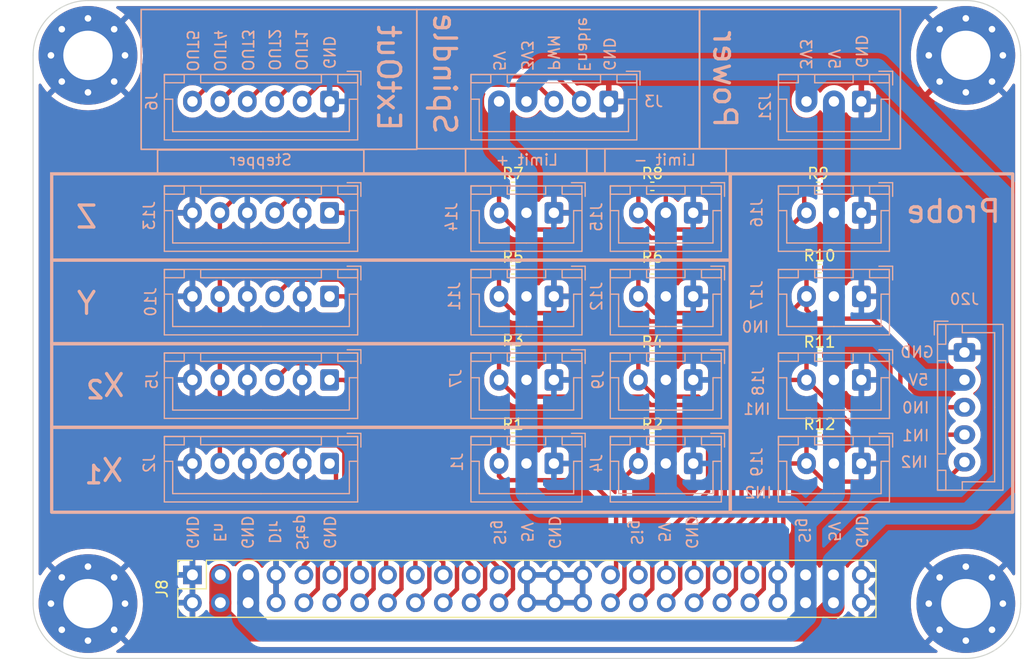
<source format=kicad_pcb>
(kicad_pcb (version 20211014) (generator pcbnew)
  (layers (0 "F.Cu" signal) (31 "B.Cu" signal) (34 "B.Paste" user) (35 "F.Paste" user) (36 "B.SilkS" user "B.Silkscreen") (37 "F.SilkS" user "F.Silkscreen") (38 "B.Mask" user) (39 "F.Mask" user) (44 "Edge.Cuts" user))
  (net 0 "")
  (net 1 "GND")
  (net 2 "+3V3")
  (net 3 "+5V")
  (net 4 "STEPPER_X1_STEP")
  (net 5 "STEPPER_X1_DIR")
  (net 6 "STEPPER_X2_STEP")
  (net 7 "STEPPER_X2_DIR")
  (net 8 "STEPPER_Y_STEP")
  (net 9 "STEPPER_Y_DIR")
  (net 10 "STEPPER_Z_STEP")
  (net 11 "STEPPER_Z_DIR")
  (net 12 "STEPPER_ENABLE")
  (net 13 "OUT_{0}")
  (net 14 "OUT_{1}")
  (net 15 "OUT_{2}")
  (net 16 "OUT_{3}")
  (net 17 "OUT_{4}")
  (net 18 "SPINDLE_ENABLE")
  (net 19 "SPINDLE_PWM")
  (net 20 "LIMIT_X1_POS")
  (net 21 "LIMIT_X1_NEG")
  (net 22 "LIMIT_X2_POS")
  (net 23 "LIMIT_X2_NEG")
  (net 24 "LIMIT_Y_POS")
  (net 25 "LIMIT_Y_NEG")
  (net 26 "LIMIT_Z_POS")
  (net 27 "LIMIT_Z_NEG")
  (net 28 "PROBE")
  (net 29 "IN_{0}")
  (net 30 "IN_{1}")
  (net 31 "IN_{2}")
  (footprint "Resistor_SMD:R_0402_1005Metric" (layer "F.Cu") (at 111.43 52.314)
    (fp_text reference "R4")
    (fp_text value "10k")
  )
  (footprint "Resistor_SMD:R_0402_1005Metric" (layer "F.Cu") (at 111.43 36.947)
    (fp_text reference "R8")
    (fp_text value "10k")
  )
  (footprint "Resistor_SMD:R_0402_1005Metric" (layer "F.Cu") (at 111.43 59.807)
    (fp_text reference "R2")
    (fp_text value "10k")
  )
  (footprint "Resistor_SMD:R_0402_1005Metric" (layer "F.Cu") (at 126.67 52.314)
    (fp_text reference "R11")
    (fp_text value "10k")
  )
  (footprint "MountingHole:MountingHole_4.5mm_Pad_Via" (layer "F.Cu") (at 60 25)
    (fp_text reference "H4" hide)
    (fp_text value "MountingHole_Pad" hide)
  )
  (footprint "Resistor_SMD:R_0402_1005Metric" (layer "F.Cu") (at 98.73 44.567)
    (fp_text reference "R5")
    (fp_text value "10k")
  )
  (footprint "Resistor_SMD:R_0402_1005Metric" (layer "F.Cu") (at 98.73 36.947)
    (fp_text reference "R7")
    (fp_text value "10k")
  )
  (footprint "Resistor_SMD:R_0402_1005Metric" (layer "F.Cu") (at 98.73 59.807)
    (fp_text reference "R1")
    (fp_text value "10k")
  )
  (footprint "Resistor_SMD:R_0402_1005Metric" (layer "F.Cu") (at 126.543 36.947)
    (fp_text reference "R9")
    (fp_text value "10k")
  )
  (footprint "Connector_PinSocket_2.54mm:PinSocket_2x25_P2.54mm_Vertical" (layer "F.Cu") (at 69.52 72.38 90)
    (fp_text reference "J8")
    (fp_text value "Conn_02x25_Odd_Even" hide)
  )
  (footprint "MountingHole:MountingHole_4.5mm_Pad_Via" (layer "F.Cu") (at 60 75)
    (fp_text reference "H3" hide)
    (fp_text value "MountingHole_Pad" hide)
  )
  (footprint "Resistor_SMD:R_0402_1005Metric" (layer "F.Cu") (at 126.67 59.807)
    (fp_text reference "R12")
    (fp_text value "10k")
  )
  (footprint "Resistor_SMD:R_0402_1005Metric" (layer "F.Cu") (at 111.43 44.567)
    (fp_text reference "R6")
    (fp_text value "10k")
  )
  (footprint "MountingHole:MountingHole_4.5mm_Pad_Via" (layer "F.Cu") (at 140 75)
    (fp_text reference "H1" hide)
    (fp_text value "MountingHole_Pad" hide)
  )
  (footprint "MountingHole:MountingHole_4.5mm_Pad_Via" (layer "F.Cu") (at 140 25)
    (fp_text reference "H2" hide)
    (fp_text value "MountingHole_Pad" hide)
  )
  (footprint "Resistor_SMD:R_0402_1005Metric" (layer "F.Cu") (at 98.73 52.187)
    (fp_text reference "R3")
    (fp_text value "10k")
  )
  (footprint "Resistor_SMD:R_0402_1005Metric" (layer "F.Cu") (at 126.67 44.44)
    (fp_text reference "R10")
    (fp_text value "10k")
  )
  (footprint "Connector_JST:JST_XH_B6B-XH-A_1x06_P2.50mm_Vertical" (layer "B.Cu") (at 82.02 46.98 180)
    (fp_text reference "J10")
    (fp_text value "Conn_01x06")
  )
  (footprint "Connector_JST:JST_XH_B6B-XH-A_1x06_P2.50mm_Vertical" (layer "B.Cu") (at 82.02 54.6 180)
    (fp_text reference "J5")
    (fp_text value "Conn_01x06")
  )
  (footprint "Connector_JST:JST_XH_B3B-XH-A_1x03_P2.50mm_Vertical" (layer "B.Cu") (at 130.48 39.36 180)
    (fp_text reference "J16")
    (fp_text value "Conn_01x03")
  )
  (footprint "Connector_JST:JST_XH_B6B-XH-A_1x06_P2.50mm_Vertical" (layer "B.Cu") (at 82.02 62.22 180)
    (fp_text reference "J2")
    (fp_text value "Conn_01x06")
  )
  (footprint "Connector_JST:JST_XH_B3B-XH-A_1x03_P2.50mm_Vertical" (layer "B.Cu") (at 130.48 54.6 180)
    (fp_text reference "J18")
    (fp_text value "Conn_01x03")
  )
  (footprint "Connector_JST:JST_XH_B5B-XH-A_1x05_P2.50mm_Vertical" (layer "B.Cu") (at 107.46 29.2 180)
    (fp_text reference "J3")
    (fp_text value "Conn_01x05")
  )
  (footprint "Connector_JST:JST_XH_B3B-XH-A_1x03_P2.50mm_Vertical" (layer "B.Cu") (at 130.48 62.22 180)
    (fp_text reference "J19")
    (fp_text value "Conn_01x03")
  )
  (footprint "Connector_JST:JST_XH_B3B-XH-A_1x03_P2.50mm_Vertical" (layer "B.Cu") (at 102.46 54.6 180)
    (fp_text reference "J7")
    (fp_text value "Conn_01x03")
  )
  (footprint "Connector_JST:JST_XH_B3B-XH-A_1x03_P2.50mm_Vertical" (layer "B.Cu") (at 102.46 39.36 180)
    (fp_text reference "J14")
    (fp_text value "Conn_01x03")
  )
  (footprint "Connector_JST:JST_XH_B6B-XH-A_1x06_P2.50mm_Vertical" (layer "B.Cu") (at 82.02 39.36 180)
    (fp_text reference "J13")
    (fp_text value "Conn_01x06")
  )
  (footprint "Connector_JST:JST_XH_B3B-XH-A_1x03_P2.50mm_Vertical" (layer "B.Cu") (at 115.16 54.6 180)
    (fp_text reference "J9")
    (fp_text value "Conn_01x03")
  )
  (footprint "Connector_JST:JST_XH_B5B-XH-A_1x05_P2.50mm_Vertical" (layer "B.Cu") (at 139.878 52.093 -90)
    (fp_text reference "J20")
    (fp_text value "Conn_01x05")
  )
  (footprint "Connector_JST:JST_XH_B3B-XH-A_1x03_P2.50mm_Vertical" (layer "B.Cu") (at 102.46 62.22 180)
    (fp_text reference "J1")
    (fp_text value "Conn_01x03")
  )
  (footprint "Connector_JST:JST_XH_B3B-XH-A_1x03_P2.50mm_Vertical" (layer "B.Cu") (at 115.16 46.98 180)
    (fp_text reference "J12")
    (fp_text value "Conn_01x03")
  )
  (footprint "Connector_JST:JST_XH_B3B-XH-A_1x03_P2.50mm_Vertical" (layer "B.Cu") (at 102.46 46.98 180)
    (fp_text reference "J11")
    (fp_text value "Conn_01x03")
  )
  (footprint "Connector_JST:JST_XH_B3B-XH-A_1x03_P2.50mm_Vertical" (layer "B.Cu") (at 115.16 62.22 180)
    (fp_text reference "J4")
    (fp_text value "Conn_01x03")
  )
  (footprint "Connector_JST:JST_XH_B3B-XH-A_1x03_P2.50mm_Vertical" (layer "B.Cu") (at 130.48 29.2 180)
    (fp_text reference "J21")
    (fp_text value "Conn_01x03")
  )
  (footprint "Connector_JST:JST_XH_B3B-XH-A_1x03_P2.50mm_Vertical" (layer "B.Cu") (at 115.16 39.36 180)
    (fp_text reference "J15")
    (fp_text value "Conn_01x03")
  )
  (footprint "Connector_JST:JST_XH_B6B-XH-A_1x06_P2.50mm_Vertical" (layer "B.Cu") (at 82.02 29.2 180)
    (fp_text reference "J6")
    (fp_text value "Conn_01x06")
  )
  (footprint "Connector_JST:JST_XH_B3B-XH-A_1x03_P2.50mm_Vertical" (layer "B.Cu") (at 130.48 46.98 180)
    (fp_text reference "J17")
    (fp_text value "Conn_01x03")
  )
  (gr_rect (start 56.693 35.804) (end 118.542 43.678) (layer "B.SilkS") (width 0.3) (fill none))
  (gr_rect (start 56.693 43.678) (end 118.542 51.298) (layer "B.SilkS") (width 0.3) (fill none))
  (gr_rect (start 118.542 35.804) (end 144.27 66.665) (layer "B.SilkS") (width 0.3) (fill none))
  (gr_rect (start 107.112 35.804) (end 118.161 33.518) (layer "B.SilkS") (width 0.15) (fill none))
  (gr_rect (start 66.345 35.804) (end 85.141 33.6196) (layer "B.SilkS") (width 0.15) (fill none))
  (gr_rect (start 56.693 58.918) (end 118.542 66.665) (layer "B.SilkS") (width 0.3) (fill none))
  (gr_rect (start 94.412 35.804) (end 105.461 33.518) (layer "B.SilkS") (width 0.15) (fill none))
  (gr_rect (start 115.748 33.518) (end 134.036 20.818) (layer "B.SilkS") (width 0.15) (fill none))
  (gr_rect (start 89.967 33.518) (end 115.7226 20.818) (layer "B.SilkS") (width 0.15) (fill none))
  (gr_rect (start 56.693 51.298) (end 118.542 58.918) (layer "B.SilkS") (width 0.3) (fill none))
  (gr_rect (start 64.8464 33.5688) (end 89.967 20.818) (layer "B.SilkS") (width 0.15) (fill none))
  (gr_line (start 145 25) (end 145 75) (layer "Edge.Cuts") (width 0.1))
  (gr_arc (start 60 80) (mid 56.464466 78.535534) (end 55 75) (layer "Edge.Cuts") (width 0.1))
  (gr_arc (start 145 75) (mid 143.535534 78.535534) (end 140 80) (layer "Edge.Cuts") (width 0.1))
  (gr_line (start 140 80) (end 60 80) (layer "Edge.Cuts") (width 0.1))
  (gr_arc (start 55 25) (mid 56.464466 21.464466) (end 60 20) (layer "Edge.Cuts") (width 0.1))
  (gr_line (start 60 20) (end 140 20) (layer "Edge.Cuts") (width 0.1))
  (gr_line (start 55 75) (end 55 25) (layer "Edge.Cuts") (width 0.1))
  (gr_arc (start 140 20) (mid 143.535534 21.464466) (end 145 25) (layer "Edge.Cuts") (width 0.1))
  (gr_text "X_{2}	" (at 57.836 55.108) (layer "B.SilkS") (effects (font (size 2 2) (thickness 0.3)) (justify mirror)))
  (gr_text "OUT2" (at 76.9876 24.4756 270) (layer "B.SilkS") (effects (font (size 1 1)) (justify mirror)))
  (gr_text "3V3" (at 125.4 24.882 270) (layer "B.SilkS") (effects (font (size 1 1)) (justify mirror)))
  (gr_text "5V" (at 112.5 68.5 270) (layer "B.SilkS") (effects (font (size 1 1)) (justify mirror)))
  (gr_text "Z" (at 59.868 39.741) (layer "B.SilkS") (effects (font (size 2 2) (thickness 0.3)) (justify mirror)))
  (gr_text "GND" (at 74.5 68.5 270) (layer "B.SilkS") (effects (font (size 1 1)) (justify mirror)))
  (gr_text "3V3" (at 100 25.009 270) (layer "B.SilkS") (effects (font (size 1 1)) (justify mirror)))
  (gr_text "5V" (at 100 68.5 270) (layer "B.SilkS") (effects (font (size 1 1)) (justify mirror)))
  (gr_text "Step" (at 79.5 68.5 270) (layer "B.SilkS") (effects (font (size 1 1)) (justify mirror)))
  (gr_text "IN2" (at 135.306 62.093) (layer "B.SilkS") (effects (font (size 1 1)) (justify mirror)))
  (gr_text "Power" (at 118.034 27.168 270) (layer "B.SilkS") (effects (font (size 2 2) (thickness 0.3)) (justify mirror)))
  (gr_text "IN0" (at 120.828 49.774) (layer "B.SilkS") (effects (font (size 1 1)) (justify mirror)))
  (gr_text "GND" (at 115 68.5 270) (layer "B.SilkS") (effects (font (size 1 1)) (justify mirror)))
  (gr_text "GND" (at 107.493 24.882 270) (layer "B.SilkS") (effects (font (size 1 1)) (justify mirror)))
  (gr_text "ExtOut" (at 87.4016 27.0664 270) (layer "B.SilkS") (effects (font (size 2 2) (thickness 0.3)) (justify mirror)))
  (gr_text "OUT1" (at 79.426 24.4756 270) (layer "B.SilkS") (effects (font (size 1 1)) (justify mirror)))
  (gr_text "Dir" (at 77 68.5 270) (layer "B.SilkS") (effects (font (size 1 1)) (justify mirror)))
  (gr_text "GND" (at 81.966 24.7296 270) (layer "B.SilkS") (effects (font (size 1 1)) (justify mirror)))
  (gr_text "En" (at 72 68.5 270) (layer "B.SilkS") (effects (font (size 1 1)) (justify mirror)))
  (gr_text "5V" (at 135.687 54.6) (layer "B.SilkS") (effects (font (size 1 1)) (justify mirror)))
  (gr_text "Limit -" (at 112.573 34.534) (layer "B.SilkS") (effects (font (size 1 1)) (justify mirror)))
  (gr_text "Sig" (at 125.273 68.316 270) (layer "B.SilkS") (effects (font (size 1 1)) (justify mirror)))
  (gr_text "GND" (at 130.5 68.443 270) (layer "B.SilkS") (effects (font (size 1 1)) (justify mirror)))
  (gr_text "GND" (at 69.5 68.5 270) (layer "B.SilkS") (effects (font (size 1 1)) (justify mirror)))
  (gr_text "Sig" (at 110 68.5 270) (layer "B.SilkS") (effects (font (size 1 1)) (justify mirror)))
  (gr_text "5V" (at 127.9908 25.3392 270) (layer "B.SilkS") (effects (font (size 1 1)) (justify mirror)))
  (gr_text "5V" (at 128 68.443 270) (layer "B.SilkS") (effects (font (size 1 1)) (justify mirror)))
  (gr_text "Stepper" (at 75.743 34.534) (layer "B.SilkS") (effects (font (size 1 1)) (justify mirror)))
  (gr_text "OUT4" (at 72.0092 24.5772 270) (layer "B.SilkS") (effects (font (size 1 1)) (justify mirror)))
  (gr_text "Spindle" (at 92.507 26.66 270) (layer "B.SilkS") (effects (font (size 2 2) (thickness 0.3)) (justify mirror)))
  (gr_text "OUT3" (at 74.5492 24.5264 270) (layer "B.SilkS") (effects (font (size 1 1)) (justify mirror)))
  (gr_text "5V" (at 97.46 25.517 270) (layer "B.SilkS") (effects (font (size 1 1)) (justify mirror)))
  (gr_text "Y" (at 59.868 47.615) (layer "B.SilkS") (effects (font (size 2 2) (thickness 0.3)) (justify mirror)))
  (gr_text "GND" (at 82 68.5 270) (layer "B.SilkS") (effects (font (size 1 1)) (justify mirror)))
  (gr_text "Probe" (at 138.862 39.233) (layer "B.SilkS") (effects (font (size 2 2) (thickness 0.3)) (justify mirror)))
  (gr_text "OUT5" (at 69.52 24.5772 270) (layer "B.SilkS") (effects (font (size 1 1)) (justify mirror)))
  (gr_text "Sig" (at 97.5 68.5 270) (layer "B.SilkS") (effects (font (size 1 1)) (justify mirror)))
  (gr_text "IN2" (at 121.082 64.887) (layer "B.SilkS") (effects (font (size 1 1)) (justify mirror)))
  (gr_text "Limit +" (at 100 34.534) (layer "B.SilkS") (effects (font (size 1 1)) (justify mirror)))
  (gr_text "GND" (at 102.5 68.5 270) (layer "B.SilkS") (effects (font (size 1 1)) (justify mirror)))
  (gr_text "X_{1}	" (at 57.709 62.855) (layer "B.SilkS") (effects (font (size 2 2) (thickness 0.3)) (justify mirror)))
  (gr_text "PWM" (at 102.413 24.755 270) (layer "B.SilkS") (effects (font (size 1 1)) (justify mirror)))
  (gr_text "IN1" (at 120.955 57.267) (layer "B.SilkS") (effects (font (size 1 1)) (justify mirror)))
  (gr_text "GND" (at 130.48 24.628 270) (layer "B.SilkS") (effects (font (size 1 1)) (justify mirror)))
  (gr_text "Enable" (at 105.207 23.993 270) (layer "B.SilkS") (effects (font (size 1 1)) (justify mirror)))
  (gr_text "IN1" (at 135.433 59.68) (layer "B.SilkS") (effects (font (size 1 1)) (justify mirror)))
  (gr_text "GND" (at 135.56 52.06) (layer "B.SilkS") (effects (font (size 1 1)) (justify mirror)))
  (gr_text "IN0" (at 135.433 57.14) (layer "B.SilkS") (effects (font (size 1 1)) (justify mirror)))
  (segment (start 115.16 62.22) (end 115.16 62.681) (width 0.25) (layer "F.Cu") (net 1))
  (segment (start 115.16 62.22) (end 115.16 62.554) (width 0.25) (layer "F.Cu") (net 1))
  (segment (start 72.06 72.38) (end 72.06 74.92) (width 2) (layer "F.Cu") (net 2))
  (segment (start 72.06 76.122081) (end 73.397919 77.46) (width 2) (layer "F.Cu") (net 2))
  (segment (start 127.94 75.278447) (end 127.94 74.92) (width 2) (layer "F.Cu") (net 2))
  (segment (start 125.758447 77.46) (end 127.94 75.278447) (width 2) (layer "F.Cu") (net 2))
  (segment (start 72.06 74.92) (end 72.06 76.122081) (width 2) (layer "F.Cu") (net 2))
  (segment (start 73.397919 77.46) (end 125.758447 77.46) (width 2) (layer "F.Cu") (net 2))
  (segment (start 99.96 27.843) (end 101.524 26.279) (width 2) (layer "B.Cu") (net 2))
  (segment (start 127.94 72.38) (end 127.94 71.177919) (width 2) (layer "B.Cu") (net 2))
  (segment (start 101.524 26.279) (end 126.924 26.279) (width 2) (layer "B.Cu") (net 2))
  (segment (start 127.94 71.177919) (end 132.325919 66.792) (width 2) (layer "B.Cu") (net 2))
  (segment (start 125.48 27.723) (end 125.48 29.2) (width 2) (layer "B.Cu") (net 2))
  (segment (start 132.325919 66.792) (end 140.259 66.792) (width 2) (layer "B.Cu") (net 2))
  (segment (start 99.96 29.2) (end 99.96 27.843) (width 2) (layer "B.Cu") (net 2))
  (segment (start 140.259 66.792) (end 143.434 63.617) (width 2) (layer "B.Cu") (net 2))
  (segment (start 127.94 72.38) (end 127.94 74.92) (width 2) (layer "B.Cu") (net 2))
  (segment (start 143.434 63.617) (end 143.434 37.836) (width 2) (layer "B.Cu") (net 2))
  (segment (start 143.434 37.836) (end 131.877 26.279) (width 2) (layer "B.Cu") (net 2))
  (segment (start 126.924 26.279) (end 125.48 27.723) (width 2) (layer "B.Cu") (net 2))
  (segment (start 131.877 26.279) (end 126.924 26.279) (width 2) (layer "B.Cu") (net 2))
  (segment (start 99.24 52.187) (end 99.24 52.189) (width 0.4) (layer "F.Cu") (net 3))
  (segment (start 111.94 36.949) (end 112.66 37.669) (width 0.4) (layer "F.Cu") (net 3))
  (segment (start 127.98 45.24) (end 127.18 44.44) (width 0.4) (layer "F.Cu") (net 3))
  (segment (start 127.98 62.22) (end 127.98 60.607) (width 0.4) (layer "F.Cu") (net 3))
  (segment (start 127.053 36.947) (end 127.053 36.949) (width 0.4) (layer "F.Cu") (net 3))
  (segment (start 99.24 44.569) (end 99.96 45.289) (width 0.4) (layer "F.Cu") (net 3))
  (segment (start 99.96 45.289) (end 99.96 46.98) (width 0.4) (layer "F.Cu") (net 3))
  (segment (start 127.98 46.98) (end 127.98 45.24) (width 0.4) (layer "F.Cu") (net 3))
  (segment (start 111.94 59.807) (end 111.94 59.809) (width 0.4) (layer "F.Cu") (net 3))
  (segment (start 111.94 36.947) (end 111.94 36.949) (width 0.4) (layer "F.Cu") (net 3))
  (segment (start 99.24 52.189) (end 99.96 52.909) (width 0.4) (layer "F.Cu") (net 3))
  (segment (start 111.94 59.809) (end 112.66 60.529) (width 0.4) (layer "F.Cu") (net 3))
  (segment (start 99.96 62.22) (end 99.96 60.527) (width 0.4) (layer "F.Cu") (net 3))
  (segment (start 111.94 52.314) (end 111.94 52.316) (width 0.4) (layer "F.Cu") (net 3))
  (segment (start 112.66 37.669) (end 112.66 39.36) (width 0.4) (layer "F.Cu") (net 3))
  (segment (start 127.98 60.607) (end 127.18 59.807) (width 0.4) (layer "F.Cu") (net 3))
  (segment (start 99.96 52.909) (end 99.96 54.6) (width 0.4) (layer "F.Cu") (net 3))
  (segment (start 111.94 52.316) (end 112.66 53.036) (width 0.4) (layer "F.Cu") (net 3))
  (segment (start 112.66 45.289) (end 112.66 46.98) (width 0.4) (layer "F.Cu") (net 3))
  (segment (start 99.24 36.947) (end 99.96 37.667) (width 0.4) (layer "F.Cu") (net 3))
  (segment (start 99.96 37.667) (end 99.96 39.36) (width 0.4) (layer "F.Cu") (net 3))
  (segment (start 99.96 60.527) (end 99.24 59.807) (width 0.4) (layer "F.Cu") (net 3))
  (segment (start 127.98 53.114) (end 127.18 52.314) (width 0.4) (layer "F.Cu") (net 3))
  (segment (start 112.66 60.529) (end 112.66 62.22) (width 0.4) (layer "F.Cu") (net 3))
  (segment (start 99.24 44.567) (end 99.24 44.569) (width 0.4) (layer "F.Cu") (net 3))
  (segment (start 111.94 44.569) (end 112.66 45.289) (width 0.4) (layer "F.Cu") (net 3))
  (segment (start 127.98 54.6) (end 127.98 53.114) (width 0.4) (layer "F.Cu") (net 3))
  (segment (start 112.66 53.036) (end 112.66 54.6) (width 0.4) (layer "F.Cu") (net 3))
  (segment (start 111.94 44.567) (end 111.94 44.569) (width 0.4) (layer "F.Cu") (net 3))
  (segment (start 127.053 36.949) (end 127.773 37.669) (width 0.4) (layer "F.Cu") (net 3))
  (segment (start 127.773 37.669) (end 127.773 39.36) (width 0.4) (layer "F.Cu") (net 3))
  (segment (start 112.66 64.72) (end 114.097 66.157) (width 2) (layer "B.Cu") (net 3))
  (segment (start 124.003 66.157) (end 125.4 67.554) (width 2) (layer "B.Cu") (net 3))
  (segment (start 127.98 50.576) (end 127.98 46.98) (width 2) (layer "B.Cu") (net 3))
  (segment (start 99.96 62.22) (end 99.96 64.847) (width 2) (layer "B.Cu") (net 3))
  (segment (start 125.4 76.122081) (end 125.4 74.92) (width 2) (layer "B.Cu") (net 3))
  (segment (start 99.96 35.764) (end 99.96 39.36) (width 2) (layer "B.Cu") (net 3))
  (segment (start 139.878 54.593) (end 135.934 54.593) (width 2) (layer "B.Cu") (net 3))
  (segment (start 124.062081 77.46) (end 125.4 76.122081) (width 2) (layer "B.Cu") (net 3))
  (segment (start 74.6 74.92) (end 74.6 76.122081) (width 2) (layer "B.Cu") (net 3))
  (segment (start 99.96 39.36) (end 99.96 46.98) (width 2) (layer "B.Cu") (net 3))
  (segment (start 97.46 33.264) (end 99.96 35.764) (width 2) (layer "B.Cu") (net 3))
  (segment (start 125.4 67.554) (end 125.4 67.808) (width 0.4) (layer "B.Cu") (net 3))
  (segment (start 125.4 67.554) (end 127.98 64.974) (width 2) (layer "B.Cu") (net 3))
  (segment (start 131.917 50.576) (end 127.98 50.576) (width 2) (layer "B.Cu") (net 3))
  (segment (start 112.66 54.6) (end 112.66 46.98) (width 2) (layer "B.Cu") (net 3))
  (segment (start 74.6 76.122081) (end 75.937919 77.46) (width 2) (layer "B.Cu") (net 3))
  (segment (start 112.66 62.22) (end 112.66 54.6) (width 2) (layer "B.Cu") (net 3))
  (segment (start 127.98 64.974) (end 127.98 62.22) (width 2) (layer "B.Cu") (net 3))
  (segment (start 74.6 72.38) (end 74.6 74.92) (width 2) (layer "B.Cu") (net 3))
  (segment (start 127.98 54.6) (end 127.98 62.22) (width 2) (layer "B.Cu") (net 3))
  (segment (start 114.097 66.157) (end 115.113 66.157) (width 0.4) (layer "B.Cu") (net 3))
  (segment (start 99.96 62.22) (end 99.96 54.6) (width 2) (layer "B.Cu") (net 3))
  (segment (start 75.937919 77.46) (end 124.062081 77.46) (width 2) (layer "B.Cu") (net 3))
  (segment (start 112.66 62.22) (end 112.66 64.72) (width 2) (layer "B.Cu") (net 3))
  (segment (start 112.66 46.98) (end 112.66 39.36) (width 2) (layer "B.Cu") (net 3))
  (segment (start 127.98 46.98) (end 127.98 39.36) (width 2) (layer "B.Cu") (net 3))
  (segment (start 127.98 50.576) (end 127.98 54.6) (width 2) (layer "B.Cu") (net 3))
  (segment (start 125.4 74.92) (end 125.4 72.38) (width 2) (layer "B.Cu") (net 3))
  (segment (start 99.96 46.98) (end 99.96 54.6) (width 2) (layer "B.Cu") (net 3))
  (segment (start 101.27 66.157) (end 115.113 66.157) (width 2) (layer "B.Cu") (net 3))
  (segment (start 99.96 64.847) (end 101.27 66.157) (width 2) (layer "B.Cu") (net 3))
  (segment (start 97.46 29.2) (end 97.46 33.264) (width 2) (layer "B.Cu") (net 3))
  (segment (start 115.113 66.157) (end 124.003 66.157) (width 2) (layer "B.Cu") (net 3))
  (segment (start 127.98 39.36) (end 127.98 29.2) (width 2) (layer "B.Cu") (net 3))
  (segment (start 125.4 72.38) (end 125.4 67.808) (width 2) (layer "B.Cu") (net 3))
  (segment (start 135.934 54.593) (end 131.917 50.576) (width 2) (layer "B.Cu") (net 3))
  (segment (start 79.68 71.491) (end 82.601 68.57) (width 0.4) (layer "F.Cu") (net 4))
  (segment (start 79.68 72.38) (end 79.68 71.491) (width 0.4) (layer "F.Cu") (net 4))
  (segment (start 82.601 68.57) (end 82.601 62.801) (width 0.4) (layer "F.Cu") (net 4))
  (segment (start 82.601 62.801) (end 82.02 62.22) (width 0.4) (layer "F.Cu") (net 4))
  (segment (start 78.671 60.569) (end 77.02 62.22) (width 0.4) (layer "F.Cu") (net 5))
  (segment (start 83.363 68.951) (end 83.363 61.19822) (width 0.4) (layer "F.Cu") (net 5))
  (segment (start 83.363 61.19822) (end 82.73378 60.569) (width 0.4) (layer "F.Cu") (net 5))
  (segment (start 82.73378 60.569) (end 78.671 60.569) (width 0.4) (layer "F.Cu") (net 5))
  (segment (start 80.95 71.364) (end 83.363 68.951) (width 0.4) (layer "F.Cu") (net 5))
  (segment (start 79.68 74.92) (end 80.95 73.65) (width 0.4) (layer "F.Cu") (net 5))
  (segment (start 80.95 73.65) (end 80.95 71.364) (width 0.4) (layer "F.Cu") (net 5))
  (segment (start 82.22 71.237) (end 84.125 69.332) (width 0.4) (layer "F.Cu") (net 6))
  (segment (start 83.363 54.6) (end 82.02 54.6) (width 0.4) (layer "F.Cu") (net 6))
  (segment (start 84.125 69.332) (end 84.125 55.362) (width 0.4) (layer "F.Cu") (net 6))
  (segment (start 84.125 55.362) (end 83.363 54.6) (width 0.4) (layer "F.Cu") (net 6))
  (segment (start 82.22 72.38) (end 82.22 71.237) (width 0.4) (layer "F.Cu") (net 6))
  (segment (start 82.982 53.076) (end 78.544 53.076) (width 0.4) (layer "F.Cu") (net 7))
  (segment (start 83.49 73.65) (end 83.49 71.11) (width 0.4) (layer "F.Cu") (net 7))
  (segment (start 82.22 74.92) (end 83.49 73.65) (width 0.4) (layer "F.Cu") (net 7))
  (segment (start 84.887 69.713) (end 84.887 54.981) (width 0.4) (layer "F.Cu") (net 7))
  (segment (start 84.887 54.981) (end 82.982 53.076) (width 0.4) (layer "F.Cu") (net 7))
  (segment (start 78.544 53.076) (end 77.02 54.6) (width 0.4) (layer "F.Cu") (net 7))
  (segment (start 83.49 71.11) (end 84.887 69.713) (width 0.4) (layer "F.Cu") (net 7))
  (segment (start 85.649 49.266) (end 83.363 46.98) (width 0.4) (layer "F.Cu") (net 8))
  (segment (start 84.76 72.38) (end 84.76 70.983) (width 0.4) (layer "F.Cu") (net 8))
  (segment (start 83.363 46.98) (end 82.02 46.98) (width 0.4) (layer "F.Cu") (net 8))
  (segment (start 84.76 70.983) (end 85.649 70.094) (width 0.4) (layer "F.Cu") (net 8))
  (segment (start 85.649 70.094) (end 85.649 49.266) (width 0.4) (layer "F.Cu") (net 8))
  (segment (start 82.9185 45.456) (end 78.544 45.456) (width 0.4) (layer "F.Cu") (net 9))
  (segment (start 86.42952 70.45648) (end 86.42952 48.96702) (width 0.4) (layer "F.Cu") (net 9))
  (segment (start 86.03 70.856) (end 86.42952 70.45648) (width 0.4) (layer "F.Cu") (net 9))
  (segment (start 78.544 45.456) (end 77.02 46.98) (width 0.4) (layer "F.Cu") (net 9))
  (segment (start 86.03 73.65) (end 86.03 70.856) (width 0.4) (layer "F.Cu") (net 9))
  (segment (start 86.42952 48.96702) (end 82.9185 45.456) (width 0.4) (layer "F.Cu") (net 9))
  (segment (start 84.76 74.92) (end 86.03 73.65) (width 0.4) (layer "F.Cu") (net 9))
  (segment (start 83.363 39.36) (end 82.02 39.36) (width 0.4) (layer "F.Cu") (net 10))
  (segment (start 87.173 43.17) (end 83.363 39.36) (width 0.4) (layer "F.Cu") (net 10))
  (segment (start 87.3 72.38) (end 87.173 72.253) (width 0.4) (layer "F.Cu") (net 10))
  (segment (start 87.173 72.253) (end 87.173 43.17) (width 0.4) (layer "F.Cu") (net 10))
  (segment (start 88.57 70.856) (end 87.935 70.221) (width 0.4) (layer "F.Cu") (net 11))
  (segment (start 87.935 42.789) (end 82.982 37.836) (width 0.4) (layer "F.Cu") (net 11))
  (segment (start 82.982 37.836) (end 78.544 37.836) (width 0.4) (layer "F.Cu") (net 11))
  (segment (start 87.935 70.221) (end 87.935 42.789) (width 0.4) (layer "F.Cu") (net 11))
  (segment (start 78.544 37.836) (end 77.02 39.36) (width 0.4) (layer "F.Cu") (net 11))
  (segment (start 87.3 74.92) (end 88.57 73.65) (width 0.4) (layer "F.Cu") (net 11))
  (segment (start 88.57 73.65) (end 88.57 70.856) (width 0.4) (layer "F.Cu") (net 11))
  (segment (start 74.433 36.947) (end 72.02 39.36) (width 0.4) (layer "F.Cu") (net 12))
  (segment (start 88.697 69.84) (end 88.697 42.408) (width 0.4) (layer "F.Cu") (net 12))
  (segment (start 72.02 46.98) (end 72.02 54.6) (width 0.4) (layer "F.Cu") (net 12))
  (segment (start 89.84 72.38) (end 89.84 70.983) (width 0.4) (layer "F.Cu") (net 12))
  (segment (start 88.697 42.408) (end 83.236 36.947) (width 0.4) (layer "F.Cu") (net 12))
  (segment (start 72.02 54.6) (end 72.02 62.22) (width 0.4) (layer "F.Cu") (net 12))
  (segment (start 83.236 36.947) (end 74.433 36.947) (width 0.4) (layer "F.Cu") (net 12))
  (segment (start 89.84 70.983) (end 88.697 69.84) (width 0.4) (layer "F.Cu") (net 12))
  (segment (start 72.02 39.36) (end 72.02 46.98) (width 0.4) (layer "F.Cu") (net 12))
  (segment (start 89.84 74.92) (end 91.11 73.65) (width 0.4) (layer "F.Cu") (net 13))
  (segment (start 91.11 71.11) (end 89.459 69.459) (width 0.4) (layer "F.Cu") (net 13))
  (segment (start 81.044 27.676) (end 79.52 29.2) (width 0.4) (layer "F.Cu") (net 13))
  (segment (start 91.11 73.65) (end 91.11 71.11) (width 0.4) (layer "F.Cu") (net 13))
  (segment (start 89.459 69.459) (end 89.459 34.28) (width 0.4) (layer "F.Cu") (net 13))
  (segment (start 89.459 34.28) (end 82.855 27.676) (width 0.4) (layer "F.Cu") (net 13))
  (segment (start 82.855 27.676) (end 81.044 27.676) (width 0.4) (layer "F.Cu") (net 13))
  (segment (start 92.38 72.38) (end 92.38 71.237) (width 0.4) (layer "F.Cu") (net 14))
  (segment (start 90.221 69.078) (end 90.221 33.899) (width 0.4) (layer "F.Cu") (net 14))
  (segment (start 83.236 26.914) (end 79.306 26.914) (width 0.4) (layer "F.Cu") (net 14))
  (segment (start 92.38 71.237) (end 90.221 69.078) (width 0.4) (layer "F.Cu") (net 14))
  (segment (start 79.306 26.914) (end 77.02 29.2) (width 0.4) (layer "F.Cu") (net 14))
  (segment (start 90.221 33.899) (end 83.236 26.914) (width 0.4) (layer "F.Cu") (net 14))
  (segment (start 90.983 33.518) (end 83.617 26.152) (width 0.4) (layer "F.Cu") (net 15))
  (segment (start 83.617 26.152) (end 77.568 26.152) (width 0.4) (layer "F.Cu") (net 15))
  (segment (start 93.629511 71.343511) (end 90.983 68.697) (width 0.4) (layer "F.Cu") (net 15))
  (segment (start 90.983 68.697) (end 90.983 33.518) (width 0.4) (layer "F.Cu") (net 15))
  (segment (start 92.38 74.92) (end 93.629511 73.670489) (width 0.4) (layer "F.Cu") (net 15))
  (segment (start 77.568 26.152) (end 74.52 29.2) (width 0.4) (layer "F.Cu") (net 15))
  (segment (start 93.629511 73.670489) (end 93.629511 71.343511) (width 0.4) (layer "F.Cu") (net 15))
  (segment (start 94.92 72.38) (end 94.92 71.491) (width 0.4) (layer "F.Cu") (net 16))
  (segment (start 91.745 33.137) (end 83.998 25.39) (width 0.4) (layer "F.Cu") (net 16))
  (segment (start 94.92 71.491) (end 91.745 68.316) (width 0.4) (layer "F.Cu") (net 16))
  (segment (start 91.745 68.316) (end 91.745 33.137) (width 0.4) (layer "F.Cu") (net 16))
  (segment (start 75.83 25.39) (end 72.02 29.2) (width 0.4) (layer "F.Cu") (net 16))
  (segment (start 83.998 25.39) (end 75.83 25.39) (width 0.4) (layer "F.Cu") (net 16))
  (segment (start 96.19 71.618) (end 92.507 67.935) (width 0.4) (layer "F.Cu") (net 17))
  (segment (start 74.092 24.628) (end 69.52 29.2) (width 0.4) (layer "F.Cu") (net 17))
  (segment (start 94.92 74.92) (end 96.19 73.65) (width 0.4) (layer "F.Cu") (net 17))
  (segment (start 92.507 67.935) (end 92.507 32.756) (width 0.4) (layer "F.Cu") (net 17))
  (segment (start 84.379 24.628) (end 74.092 24.628) (width 0.4) (layer "F.Cu") (net 17))
  (segment (start 96.19 73.65) (end 96.19 71.618) (width 0.4) (layer "F.Cu") (net 17))
  (segment (start 92.507 32.756) (end 84.379 24.628) (width 0.4) (layer "F.Cu") (net 17))
  (segment (start 102.674 26.914) (end 104.96 29.2) (width 0.4) (layer "F.Cu") (net 18))
  (segment (start 95.174 26.914) (end 102.674 26.914) (width 0.4) (layer "F.Cu") (net 18))
  (segment (start 93.269 28.819) (end 95.174 26.914) (width 0.4) (layer "F.Cu") (net 18))
  (segment (start 93.269 67.554) (end 93.269 28.819) (width 0.4) (layer "F.Cu") (net 18))
  (segment (start 97.46 72.38) (end 97.46 71.745) (width 0.4) (layer "F.Cu") (net 18))
  (segment (start 97.46 71.745) (end 93.269 67.554) (width 0.4) (layer "F.Cu") (net 18))
  (segment (start 98.73 73.65) (end 98.73 71.872) (width 0.4) (layer "F.Cu") (net 19))
  (segment (start 100.936 27.676) (end 102.46 29.2) (width 0.4) (layer "F.Cu") (net 19))
  (segment (start 97.46 74.92) (end 98.73 73.65) (width 0.4) (layer "F.Cu") (net 19))
  (segment (start 94.031 29.2) (end 95.555 27.676) (width 0.4) (layer "F.Cu") (net 19))
  (segment (start 98.73 71.872) (end 94.031 67.173) (width 0.4) (layer "F.Cu") (net 19))
  (segment (start 95.555 27.676) (end 100.936 27.676) (width 0.4) (layer "F.Cu") (net 19))
  (segment (start 94.031 67.173) (end 94.031 29.2) (width 0.4) (layer "F.Cu") (net 19))
  (segment (start 108.128 71.872) (end 108.128 66.157) (width 0.4) (layer "F.Cu") (net 20))
  (segment (start 97.841 63.744) (end 97.46 63.363) (width 0.4) (layer "F.Cu") (net 20))
  (segment (start 105.715 63.744) (end 97.841 63.744) (width 0.4) (layer "F.Cu") (net 20))
  (segment (start 107.62 72.38) (end 108.128 71.872) (width 0.4) (layer "F.Cu") (net 20))
  (segment (start 97.46 62.22) (end 97.46 60.567) (width 0.4) (layer "F.Cu") (net 20))
  (segment (start 108.128 66.157) (end 105.715 63.744) (width 0.4) (layer "F.Cu") (net 20))
  (segment (start 97.46 63.363) (end 97.46 62.22) (width 0.4) (layer "F.Cu") (net 20))
  (segment (start 97.46 60.567) (end 98.22 59.807) (width 0.4) (layer "F.Cu") (net 20))
  (segment (start 108.89 63.49) (end 110.16 62.22) (width 0.4) (layer "F.Cu") (net 21))
  (segment (start 108.89 73.65) (end 108.89 63.49) (width 0.4) (layer "F.Cu") (net 21))
  (segment (start 110.92 59.807) (end 110.92 59.809) (width 0.4) (layer "F.Cu") (net 21))
  (segment (start 110.16 60.569) (end 110.16 62.22) (width 0.4) (layer "F.Cu") (net 21))
  (segment (start 107.62 74.92) (end 108.89 73.65) (width 0.4) (layer "F.Cu") (net 21))
  (segment (start 110.92 59.809) (end 110.16 60.569) (width 0.4) (layer "F.Cu") (net 21))
  (segment (start 116.51 64.76) (end 110.16 71.11) (width 0.4) (layer "F.Cu") (net 22))
  (segment (start 116.51 58.156) (end 116.51 64.76) (width 0.4) (layer "F.Cu") (net 22))
  (segment (start 98.22 52.189) (end 97.46 52.949) (width 0.4) (layer "F.Cu") (net 22))
  (segment (start 98.984 56.124) (end 110.541 56.124) (width 0.4) (layer "F.Cu") (net 22))
  (segment (start 97.46 54.6) (end 98.984 56.124) (width 0.4) (layer "F.Cu") (net 22))
  (segment (start 110.541 56.124) (end 111.303 56.886) (width 0.4) (layer "F.Cu") (net 22))
  (segment (start 98.22 52.187) (end 98.22 52.189) (width 0.4) (layer "F.Cu") (net 22))
  (segment (start 110.16 71.11) (end 110.16 72.38) (width 0.4) (layer "F.Cu") (net 22))
  (segment (start 97.46 52.949) (end 97.46 54.6) (width 0.4) (layer "F.Cu") (net 22))
  (segment (start 115.24 56.886) (end 116.51 58.156) (width 0.4) (layer "F.Cu") (net 22))
  (segment (start 111.303 56.886) (end 115.24 56.886) (width 0.4) (layer "F.Cu") (net 22))
  (segment (start 110.92 52.316) (end 110.16 53.076) (width 0.4) (layer "F.Cu") (net 23))
  (segment (start 111.684 56.124) (end 110.16 54.6) (width 0.4) (layer "F.Cu") (net 23))
  (segment (start 117.272 57.775) (end 115.621 56.124) (width 0.4) (layer "F.Cu") (net 23))
  (segment (start 115.621 56.124) (end 111.684 56.124) (width 0.4) (layer "F.Cu") (net 23))
  (segment (start 111.43 70.983) (end 117.272 65.141) (width 0.4) (layer "F.Cu") (net 23))
  (segment (start 111.43 73.65) (end 111.43 70.983) (width 0.4) (layer "F.Cu") (net 23))
  (segment (start 117.272 65.141) (end 117.272 57.775) (width 0.4) (layer "F.Cu") (net 23))
  (segment (start 110.16 74.92) (end 111.43 73.65) (width 0.4) (layer "F.Cu") (net 23))
  (segment (start 110.16 53.076) (end 110.16 54.6) (width 0.4) (layer "F.Cu") (net 23))
  (segment (start 110.92 52.314) (end 110.92 52.316) (width 0.4) (layer "F.Cu") (net 23))
  (segment (start 112.7 70.856) (end 112.7 72.38) (width 0.4) (layer "F.Cu") (net 24))
  (segment (start 97.46 47.107) (end 98.857 48.504) (width 0.4) (layer "F.Cu") (net 24))
  (segment (start 110.4648 48.504) (end 111.2268 49.266) (width 0.4) (layer "F.Cu") (net 24))
  (segment (start 98.22 44.569) (end 97.46 45.329) (width 0.4) (layer "F.Cu") (net 24))
  (segment (start 118.034 51.044) (end 118.034 65.522) (width 0.4) (layer "F.Cu") (net 24))
  (segment (start 98.22 44.567) (end 98.22 44.569) (width 0.4) (layer "F.Cu") (net 24))
  (segment (start 116.256 49.266) (end 118.034 51.044) (width 0.4) (layer "F.Cu") (net 24))
  (segment (start 111.2268 49.266) (end 116.256 49.266) (width 0.4) (layer "F.Cu") (net 24))
  (segment (start 118.034 65.522) (end 112.7 70.856) (width 0.4) (layer "F.Cu") (net 24))
  (segment (start 98.857 48.504) (end 110.4648 48.504) (width 0.4) (layer "F.Cu") (net 24))
  (segment (start 97.46 46.98) (end 97.46 47.107) (width 0.4) (layer "F.Cu") (net 24))
  (segment (start 97.46 45.329) (end 97.46 46.98) (width 0.4) (layer "F.Cu") (net 24))
  (segment (start 112.7 74.92) (end 113.97 73.65) (width 0.4) (layer "F.Cu") (net 25))
  (segment (start 116.637 48.504) (end 111.684 48.504) (width 0.4) (layer "F.Cu") (net 25))
  (segment (start 118.796 50.663) (end 116.637 48.504) (width 0.4) (layer "F.Cu") (net 25))
  (segment (start 111.684 48.504) (end 110.16 46.98) (width 0.4) (layer "F.Cu") (net 25))
  (segment (start 118.796 65.903) (end 118.796 50.663) (width 0.4) (layer "F.Cu") (net 25))
  (segment (start 110.92 44.569) (end 110.16 45.329) (width 0.4) (layer "F.Cu") (net 25))
  (segment (start 110.16 45.329) (end 110.16 46.98) (width 0.4) (layer "F.Cu") (net 25))
  (segment (start 110.92 44.567) (end 110.92 44.569) (width 0.4) (layer "F.Cu") (net 25))
  (segment (start 113.97 73.65) (end 113.97 70.729) (width 0.4) (layer "F.Cu") (net 25))
  (segment (start 113.97 70.729) (end 118.796 65.903) (width 0.4) (layer "F.Cu") (net 25))
  (segment (start 119.558 43.932) (end 119.558 66.284) (width 0.4) (layer "F.Cu") (net 26))
  (segment (start 98.984 40.884) (end 110.541 40.884) (width 0.4) (layer "F.Cu") (net 26))
  (segment (start 111.303 41.646) (end 117.272 41.646) (width 0.4) (layer "F.Cu") (net 26))
  (segment (start 119.558 66.284) (end 115.24 70.602) (width 0.4) (layer "F.Cu") (net 26))
  (segment (start 97.46 39.36) (end 97.46 37.707) (width 0.4) (layer "F.Cu") (net 26))
  (segment (start 110.541 40.884) (end 111.303 41.646) (width 0.4) (layer "F.Cu") (net 26))
  (segment (start 117.272 41.646) (end 119.558 43.932) (width 0.4) (layer "F.Cu") (net 26))
  (segment (start 97.46 39.36) (end 98.984 40.884) (width 0.4) (layer "F.Cu") (net 26))
  (segment (start 115.24 70.602) (end 115.24 72.38) (width 0.4) (layer "F.Cu") (net 26))
  (segment (start 97.46 37.707) (end 98.22 36.947) (width 0.4) (layer "F.Cu") (net 26))
  (segment (start 120.32 43.551) (end 120.32 66.665) (width 0.4) (layer "F.Cu") (net 27))
  (segment (start 110.16 39.36) (end 111.684 40.884) (width 0.4) (layer "F.Cu") (net 27))
  (segment (start 110.414 37.455) (end 110.16 37.709) (width 0.4) (layer "F.Cu") (net 27))
  (segment (start 120.32 66.665) (end 116.51 70.475) (width 0.4) (layer "F.Cu") (net 27))
  (segment (start 116.51 73.65) (end 115.24 74.92) (width 0.4) (layer "F.Cu") (net 27))
  (segment (start 110.414 37.453) (end 110.414 37.455) (width 0.4) (layer "F.Cu") (net 27))
  (segment (start 117.653 40.884) (end 120.32 43.551) (width 0.4) (layer "F.Cu") (net 27))
  (segment (start 110.16 37.709) (end 110.16 39.36) (width 0.4) (layer "F.Cu") (net 27))
  (segment (start 116.51 70.475) (end 116.51 73.65) (width 0.4) (layer "F.Cu") (net 27))
  (segment (start 110.92 36.947) (end 110.414 37.453) (width 0.4) (layer "F.Cu") (net 27))
  (segment (start 111.684 40.884) (end 117.653 40.884) (width 0.4) (layer "F.Cu") (net 27))
  (segment (start 121.082 43.551) (end 125.273 39.36) (width 0.4) (layer "F.Cu") (net 28))
  (segment (start 121.082 67.046) (end 121.082 43.551) (width 0.4) (layer "F.Cu") (net 28))
  (segment (start 117.78 70.348) (end 121.082 67.046) (width 0.4) (layer "F.Cu") (net 28))
  (segment (start 126.033 36.947) (end 126.033 36.949) (width 0.4) (layer "F.Cu") (net 28))
  (segment (start 126.033 36.949) (end 125.273 37.709) (width 0.4) (layer "F.Cu") (net 28))
  (segment (start 117.78 72.38) (end 117.78 70.348) (width 0.4) (layer "F.Cu") (net 28))
  (segment (start 125.273 37.709) (end 125.273 39.36) (width 0.4) (layer "F.Cu") (net 28))
  (segment (start 121.844 67.427) (end 121.844 50.616) (width 0.4) (layer "F.Cu") (net 29))
  (segment (start 121.844 50.616) (end 125.48 46.98) (width 0.4) (layer "F.Cu") (net 29))
  (segment (start 125.48 48.203) (end 126.289 49.012) (width 0.4) (layer "F.Cu") (net 29))
  (segment (start 125.48 46.98) (end 125.48 45.12) (width 0.4) (layer "F.Cu") (net 29))
  (segment (start 117.78 74.92) (end 119.05 73.65) (width 0.4) (layer "F.Cu") (net 29))
  (segment (start 134.036 51.552) (end 134.036 55.743) (width 0.4) (layer "F.Cu") (net 29))
  (segment (start 126.289 49.012) (end 131.496 49.012) (width 0.4) (layer "F.Cu") (net 29))
  (segment (start 135.386 57.093) (end 139.878 57.093) (width 0.4) (layer "F.Cu") (net 29))
  (segment (start 119.05 73.65) (end 119.05 70.221) (width 0.4) (layer "F.Cu") (net 29))
  (segment (start 125.48 46.98) (end 125.48 48.203) (width 0.4) (layer "F.Cu") (net 29))
  (segment (start 119.05 70.221) (end 121.844 67.427) (width 0.4) (layer "F.Cu") (net 29))
  (segment (start 131.496 49.012) (end 134.036 51.552) (width 0.4) (layer "F.Cu") (net 29))
  (segment (start 125.48 45.12) (end 126.16 44.44) (width 0.4) (layer "F.Cu") (net 29))
  (segment (start 134.036 55.743) (end 135.386 57.093) (width 0.4) (layer "F.Cu") (net 29))
  (segment (start 130.473 59.593) (end 139.878 59.593) (width 0.4) (layer "F.Cu") (net 30))
  (segment (start 122.606 67.808) (end 122.606 55.997) (width 0.4) (layer "F.Cu") (net 30))
  (segment (start 125.48 54.6) (end 125.48 52.994) (width 0.4) (layer "F.Cu") (net 30))
  (segment (start 125.48 54.6) (end 130.473 59.593) (width 0.4) (layer "F.Cu") (net 30))
  (segment (start 120.32 72.38) (end 120.32 70.094) (width 0.4) (layer "F.Cu") (net 30))
  (segment (start 124.003 54.6) (end 125.48 54.6) (width 0.4) (layer "F.Cu") (net 30))
  (segment (start 125.48 52.994) (end 126.16 52.314) (width 0.4) (layer "F.Cu") (net 30))
  (segment (start 122.606 55.997) (end 124.003 54.6) (width 0.4) (layer "F.Cu") (net 30))
  (segment (start 120.32 70.094) (end 122.606 67.808) (width 0.4) (layer "F.Cu") (net 30))
  (segment (start 125.48 60.487) (end 126.16 59.807) (width 0.4) (layer "F.Cu") (net 31))
  (segment (start 121.59 69.967) (end 123.368 68.189) (width 0.4) (layer "F.Cu") (net 31))
  (segment (start 121.59 73.65) (end 121.59 69.967) (width 0.4) (layer "F.Cu") (net 31))
  (segment (start 127.131 63.871) (end 138.1 63.871) (width 0.4) (layer "F.Cu") (net 31))
  (segment (start 120.32 74.92) (end 121.59 73.65) (width 0.4) (layer "F.Cu") (net 31))
  (segment (start 125.48 62.22) (end 125.48 60.487) (width 0.4) (layer "F.Cu") (net 31))
  (segment (start 125.48 62.22) (end 127.131 63.871) (width 0.4) (layer "F.Cu") (net 31))
  (segment (start 123.876 62.22) (end 125.48 62.22) (width 0.4) (layer "F.Cu") (net 31))
  (segment (start 138.1 63.871) (end 139.878 62.093) (width 0.4) (layer "F.Cu") (net 31))
  (segment (start 123.368 62.728) (end 123.876 62.22) (width 0.4) (layer "F.Cu") (net 31))
  (segment (start 123.368 68.189) (end 123.368 62.728) (width 0.4) (layer "F.Cu") (net 31))
  (zone (net 1) (net_name "GND") (layers F&B.Cu) (connect_pads (clearance 0.508)) (min_thickness 0.254) (fill yes (thermal_gap 0.508) (thermal_bridge_width 0.508))
    (polygon (pts (xy 145 80) (xy 55 80) (xy 55 20) (xy 145 20)))
  )
)
</source>
